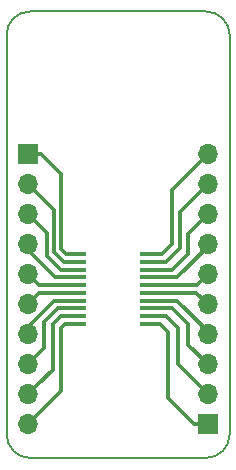
<source format=gbr>
G04 #@! TF.GenerationSoftware,KiCad,Pcbnew,5.1.6-c6e7f7d~86~ubuntu20.04.1*
G04 #@! TF.CreationDate,2020-05-17T01:16:49+03:00*
G04 #@! TF.ProjectId,BRK-TSSOP-20-4.4x6.5-P0.65,42524b2d-5453-4534-9f50-2d32302d342e,v1.0*
G04 #@! TF.SameCoordinates,Original*
G04 #@! TF.FileFunction,Copper,L1,Top*
G04 #@! TF.FilePolarity,Positive*
%FSLAX46Y46*%
G04 Gerber Fmt 4.6, Leading zero omitted, Abs format (unit mm)*
G04 Created by KiCad (PCBNEW 5.1.6-c6e7f7d~86~ubuntu20.04.1) date 2020-05-17 01:16:49*
%MOMM*%
%LPD*%
G01*
G04 APERTURE LIST*
G04 #@! TA.AperFunction,Profile*
%ADD10C,0.150000*%
G04 #@! TD*
G04 #@! TA.AperFunction,SMDPad,CuDef*
%ADD11R,1.450000X0.450000*%
G04 #@! TD*
G04 #@! TA.AperFunction,ComponentPad*
%ADD12O,1.700000X1.700000*%
G04 #@! TD*
G04 #@! TA.AperFunction,ComponentPad*
%ADD13R,1.700000X1.700000*%
G04 #@! TD*
G04 #@! TA.AperFunction,Conductor*
%ADD14C,0.300000*%
G04 #@! TD*
G04 APERTURE END LIST*
D10*
X53000000Y-85800000D02*
G75*
G02*
X51000000Y-83800000I0J2000000D01*
G01*
X69900000Y-83800000D02*
G75*
G02*
X67900000Y-85800000I-2000000J0D01*
G01*
X67900000Y-48000000D02*
G75*
G02*
X69900000Y-50000000I0J-2000000D01*
G01*
X51000000Y-50000000D02*
G75*
G02*
X53000000Y-48000000I2000000J0D01*
G01*
X67900000Y-85800000D02*
X53000000Y-85800000D01*
X69900000Y-50000000D02*
X69900000Y-83800000D01*
X53000000Y-48000000D02*
X67900000Y-48000000D01*
X51000000Y-83800000D02*
X51000000Y-50000000D01*
D11*
X62950000Y-68575000D03*
X62950000Y-69225000D03*
X62950000Y-69875000D03*
X62950000Y-70525000D03*
X62950000Y-71175000D03*
X62950000Y-71825000D03*
X62950000Y-72475000D03*
X62950000Y-73125000D03*
X62950000Y-73775000D03*
X62950000Y-74425000D03*
X57050000Y-74425000D03*
X57050000Y-73775000D03*
X57050000Y-73125000D03*
X57050000Y-72475000D03*
X57050000Y-71825000D03*
X57050000Y-71175000D03*
X57050000Y-70525000D03*
X57050000Y-69875000D03*
X57050000Y-69225000D03*
X57050000Y-68575000D03*
D12*
X68040000Y-60100000D03*
X68040000Y-62640000D03*
X68040000Y-65180000D03*
X68040000Y-67720000D03*
X68040000Y-70260000D03*
X68040000Y-72800000D03*
X68040000Y-75340000D03*
X68040000Y-77880000D03*
X68040000Y-80420000D03*
D13*
X68040000Y-82960000D03*
D12*
X52800000Y-82960000D03*
X52800000Y-80420000D03*
X52800000Y-77880000D03*
X52800000Y-75340000D03*
X52800000Y-72800000D03*
X52800000Y-70260000D03*
X52800000Y-67720000D03*
X52800000Y-65180000D03*
X52800000Y-62640000D03*
D13*
X52800000Y-60100000D03*
D14*
X53950000Y-60100000D02*
X52800000Y-60100000D01*
X57050000Y-68575000D02*
X56075000Y-68575000D01*
X55600000Y-61750000D02*
X53950000Y-60100000D01*
X55600000Y-68100000D02*
X55600000Y-61750000D01*
X56075000Y-68575000D02*
X55600000Y-68100000D01*
X52840000Y-62600000D02*
X52800000Y-62640000D01*
X55000000Y-64840000D02*
X53649999Y-63489999D01*
X55000000Y-68400000D02*
X55000000Y-64840000D01*
X57050000Y-69225000D02*
X55825000Y-69225000D01*
X53649999Y-63489999D02*
X52800000Y-62640000D01*
X55825000Y-69225000D02*
X55000000Y-68400000D01*
X54400000Y-66780000D02*
X53649999Y-66029999D01*
X57050000Y-69875000D02*
X55575000Y-69875000D01*
X53649999Y-66029999D02*
X52800000Y-65180000D01*
X54400000Y-68700000D02*
X54400000Y-66780000D01*
X55575000Y-69875000D02*
X54400000Y-68700000D01*
X64700000Y-80770000D02*
X66890000Y-82960000D01*
X64700000Y-75100000D02*
X64700000Y-80770000D01*
X62950000Y-74425000D02*
X64025000Y-74425000D01*
X66890000Y-82960000D02*
X68040000Y-82960000D01*
X64025000Y-74425000D02*
X64700000Y-75100000D01*
X65500000Y-77880000D02*
X68040000Y-80420000D01*
X65500000Y-74800000D02*
X65500000Y-77880000D01*
X62950000Y-73775000D02*
X64475000Y-73775000D01*
X64475000Y-73775000D02*
X65500000Y-74800000D01*
X66400000Y-76240000D02*
X68040000Y-77880000D01*
X66400000Y-74500000D02*
X66400000Y-76240000D01*
X62950000Y-73125000D02*
X65025000Y-73125000D01*
X65025000Y-73125000D02*
X66400000Y-74500000D01*
X52800000Y-68200000D02*
X52800000Y-67720000D01*
X57050000Y-70525000D02*
X55125000Y-70525000D01*
X55125000Y-70525000D02*
X52800000Y-68200000D01*
X68040000Y-75040000D02*
X68040000Y-75340000D01*
X62950000Y-72475000D02*
X65475000Y-72475000D01*
X65475000Y-72475000D02*
X68040000Y-75040000D01*
X52800000Y-74700000D02*
X52800000Y-75340000D01*
X57050000Y-72475000D02*
X55025000Y-72475000D01*
X55025000Y-72475000D02*
X52800000Y-74700000D01*
X53775000Y-71825000D02*
X52800000Y-72800000D01*
X57050000Y-71825000D02*
X53775000Y-71825000D01*
X53715000Y-71175000D02*
X52800000Y-70260000D01*
X57050000Y-71175000D02*
X53715000Y-71175000D01*
X68040000Y-67960000D02*
X68040000Y-67720000D01*
X62950000Y-70525000D02*
X65475000Y-70525000D01*
X65475000Y-70525000D02*
X68040000Y-67960000D01*
X67125000Y-71175000D02*
X68040000Y-70260000D01*
X62950000Y-71175000D02*
X67125000Y-71175000D01*
X67065000Y-71825000D02*
X68040000Y-72800000D01*
X62950000Y-71825000D02*
X67065000Y-71825000D01*
X55600000Y-80160000D02*
X52800000Y-82960000D01*
X55600000Y-74800000D02*
X55600000Y-80160000D01*
X57050000Y-74425000D02*
X55975000Y-74425000D01*
X55975000Y-74425000D02*
X55600000Y-74800000D01*
X53649999Y-79570001D02*
X52800000Y-80420000D01*
X54900000Y-78320000D02*
X53649999Y-79570001D01*
X54900000Y-74500000D02*
X54900000Y-78320000D01*
X57050000Y-73775000D02*
X55625000Y-73775000D01*
X55625000Y-73775000D02*
X54900000Y-74500000D01*
X53649999Y-77030001D02*
X52800000Y-77880000D01*
X54200000Y-76480000D02*
X53649999Y-77030001D01*
X54200000Y-74300000D02*
X54200000Y-76480000D01*
X57050000Y-73125000D02*
X55375000Y-73125000D01*
X55375000Y-73125000D02*
X54200000Y-74300000D01*
X65000000Y-67700000D02*
X65000000Y-63140000D01*
X65000000Y-63140000D02*
X68040000Y-60100000D01*
X62950000Y-68575000D02*
X64125000Y-68575000D01*
X64125000Y-68575000D02*
X65000000Y-67700000D01*
X67190001Y-63489999D02*
X68040000Y-62640000D01*
X65700000Y-64980000D02*
X67190001Y-63489999D01*
X65700000Y-68000000D02*
X65700000Y-64980000D01*
X62950000Y-69225000D02*
X64475000Y-69225000D01*
X64475000Y-69225000D02*
X65700000Y-68000000D01*
X66400000Y-66820000D02*
X68040000Y-65180000D01*
X66400000Y-68500000D02*
X66400000Y-66820000D01*
X62950000Y-69875000D02*
X65025000Y-69875000D01*
X65025000Y-69875000D02*
X66400000Y-68500000D01*
M02*

</source>
